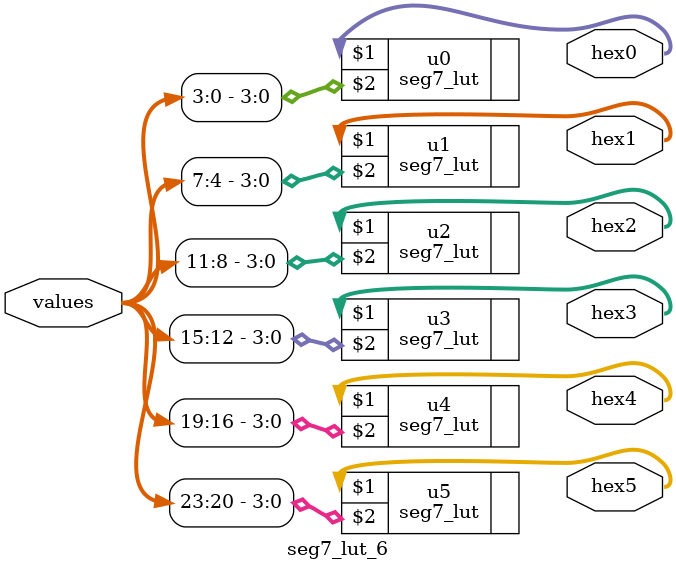
<source format=v>

module seg7_lut_6(
   output   [6:0]    hex0,
   output   [6:0]    hex1,
   output   [6:0]    hex2,
   output   [6:0]    hex3,
   output   [6:0]    hex4,
   output   [6:0]    hex5,
   input    [23:0]   values
   );

   seg7_lut u0(hex0, values[3:0]);
   seg7_lut u1(hex1, values[7:4]);
   seg7_lut u2(hex2, values[11:8]);
   seg7_lut u3(hex3, values[15:12]);
   seg7_lut u4(hex4, values[19:16]);
   seg7_lut u5(hex5, values[23:20]);

endmodule

</source>
